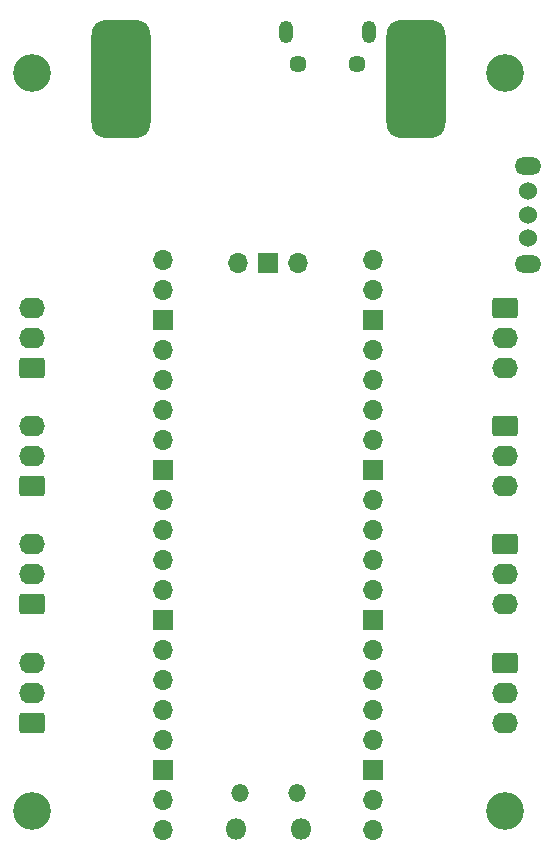
<source format=gbs>
%TF.GenerationSoftware,KiCad,Pcbnew,(7.0.0)*%
%TF.CreationDate,2023-03-15T20:35:50+00:00*%
%TF.ProjectId,porta-jelly,706f7274-612d-46a6-956c-6c792e6b6963,rev?*%
%TF.SameCoordinates,Original*%
%TF.FileFunction,Soldermask,Bot*%
%TF.FilePolarity,Negative*%
%FSLAX46Y46*%
G04 Gerber Fmt 4.6, Leading zero omitted, Abs format (unit mm)*
G04 Created by KiCad (PCBNEW (7.0.0)) date 2023-03-15 20:35:50*
%MOMM*%
%LPD*%
G01*
G04 APERTURE LIST*
G04 Aperture macros list*
%AMRoundRect*
0 Rectangle with rounded corners*
0 $1 Rounding radius*
0 $2 $3 $4 $5 $6 $7 $8 $9 X,Y pos of 4 corners*
0 Add a 4 corners polygon primitive as box body*
4,1,4,$2,$3,$4,$5,$6,$7,$8,$9,$2,$3,0*
0 Add four circle primitives for the rounded corners*
1,1,$1+$1,$2,$3*
1,1,$1+$1,$4,$5*
1,1,$1+$1,$6,$7*
1,1,$1+$1,$8,$9*
0 Add four rect primitives between the rounded corners*
20,1,$1+$1,$2,$3,$4,$5,0*
20,1,$1+$1,$4,$5,$6,$7,0*
20,1,$1+$1,$6,$7,$8,$9,0*
20,1,$1+$1,$8,$9,$2,$3,0*%
G04 Aperture macros list end*
%ADD10RoundRect,0.250000X0.845000X-0.620000X0.845000X0.620000X-0.845000X0.620000X-0.845000X-0.620000X0*%
%ADD11O,2.190000X1.740000*%
%ADD12RoundRect,0.250000X-0.845000X0.620000X-0.845000X-0.620000X0.845000X-0.620000X0.845000X0.620000X0*%
%ADD13C,3.200000*%
%ADD14O,1.200000X1.900000*%
%ADD15C,1.450000*%
%ADD16O,2.250000X1.500000*%
%ADD17C,1.524000*%
%ADD18O,1.800000X1.800000*%
%ADD19O,1.500000X1.500000*%
%ADD20O,1.700000X1.700000*%
%ADD21R,1.700000X1.700000*%
%ADD22RoundRect,1.250000X1.250000X-3.750000X1.250000X3.750000X-1.250000X3.750000X-1.250000X-3.750000X0*%
G04 APERTURE END LIST*
D10*
%TO.C,J3*%
X90000000Y-95000000D03*
D11*
X89999999Y-92459999D03*
X89999999Y-89919999D03*
%TD*%
D10*
%TO.C,J4*%
X90000000Y-105000000D03*
D11*
X89999999Y-102459999D03*
X89999999Y-99919999D03*
%TD*%
D12*
%TO.C,J9*%
X130000000Y-99920000D03*
D11*
X129999999Y-102459999D03*
X129999999Y-104999999D03*
%TD*%
D10*
%TO.C,J5*%
X90000000Y-115000000D03*
D11*
X89999999Y-112459999D03*
X89999999Y-109919999D03*
%TD*%
D13*
%TO.C,H4*%
X130000000Y-132500000D03*
%TD*%
D12*
%TO.C,J8*%
X130000000Y-109920000D03*
D11*
X129999999Y-112459999D03*
X129999999Y-114999999D03*
%TD*%
D12*
%TO.C,J7*%
X130000000Y-119920000D03*
D11*
X129999999Y-122459999D03*
X129999999Y-124999999D03*
%TD*%
D14*
%TO.C,J1*%
X118499999Y-66512499D03*
D15*
X117500000Y-69212500D03*
X112500000Y-69212500D03*
D14*
X111499999Y-66512499D03*
%TD*%
D16*
%TO.C,SW1*%
X131999999Y-86149999D03*
X131999999Y-77849999D03*
D17*
X132000000Y-84000000D03*
X132000000Y-82000000D03*
X132000000Y-80000000D03*
%TD*%
D10*
%TO.C,J6*%
X90000000Y-125000000D03*
D11*
X89999999Y-122459999D03*
X89999999Y-119919999D03*
%TD*%
D13*
%TO.C,H2*%
X90000000Y-70000000D03*
%TD*%
D12*
%TO.C,J10*%
X130000000Y-89920000D03*
D11*
X129999999Y-92459999D03*
X129999999Y-94999999D03*
%TD*%
D18*
%TO.C,U2*%
X112724999Y-133999999D03*
D19*
X112424999Y-130969999D03*
X107574999Y-130969999D03*
D18*
X107274999Y-133999999D03*
D20*
X118889999Y-134129999D03*
X118889999Y-131589999D03*
D21*
X118889999Y-129049999D03*
D20*
X118889999Y-126509999D03*
X118889999Y-123969999D03*
X118889999Y-121429999D03*
X118889999Y-118889999D03*
D21*
X118889999Y-116349999D03*
D20*
X118889999Y-113809999D03*
X118889999Y-111269999D03*
X118889999Y-108729999D03*
X118889999Y-106189999D03*
D21*
X118889999Y-103649999D03*
D20*
X118889999Y-101109999D03*
X118889999Y-98569999D03*
X118889999Y-96029999D03*
X118889999Y-93489999D03*
D21*
X118889999Y-90949999D03*
D20*
X118889999Y-88409999D03*
X118889999Y-85869999D03*
X101109999Y-85869999D03*
X101109999Y-88409999D03*
D21*
X101109999Y-90949999D03*
D20*
X101109999Y-93489999D03*
X101109999Y-96029999D03*
X101109999Y-98569999D03*
X101109999Y-101109999D03*
D21*
X101109999Y-103649999D03*
D20*
X101109999Y-106189999D03*
X101109999Y-108729999D03*
X101109999Y-111269999D03*
X101109999Y-113809999D03*
D21*
X101109999Y-116349999D03*
D20*
X101109999Y-118889999D03*
X101109999Y-121429999D03*
X101109999Y-123969999D03*
X101109999Y-126509999D03*
D21*
X101109999Y-129049999D03*
D20*
X101109999Y-131589999D03*
X101109999Y-134129999D03*
X112539999Y-86099999D03*
D21*
X109999999Y-86099999D03*
D20*
X107459999Y-86099999D03*
%TD*%
D13*
%TO.C,H1*%
X130000000Y-70000000D03*
%TD*%
D22*
%TO.C,J11*%
X122500000Y-70500000D03*
%TD*%
%TO.C,J2*%
X97500000Y-70500000D03*
%TD*%
D13*
%TO.C,H3*%
X90000000Y-132500000D03*
%TD*%
M02*

</source>
